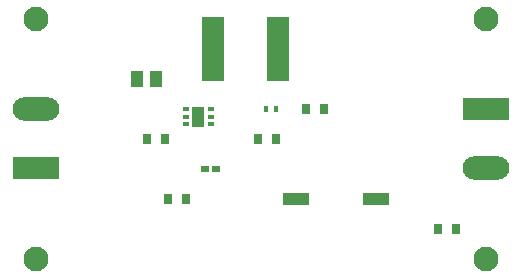
<source format=gbr>
%TF.GenerationSoftware,KiCad,Pcbnew,(6.99.0-5210-g1b15854da5)*%
%TF.CreationDate,2023-02-20T10:03:57+05:30*%
%TF.ProjectId,Prot_Circ,50726f74-5f43-4697-9263-2e6b69636164,rev?*%
%TF.SameCoordinates,Original*%
%TF.FileFunction,Soldermask,Top*%
%TF.FilePolarity,Negative*%
%FSLAX46Y46*%
G04 Gerber Fmt 4.6, Leading zero omitted, Abs format (unit mm)*
G04 Created by KiCad (PCBNEW (6.99.0-5210-g1b15854da5)) date 2023-02-20 10:03:57*
%MOMM*%
%LPD*%
G01*
G04 APERTURE LIST*
%ADD10R,1.900000X5.400000*%
%ADD11R,0.650000X0.620000*%
%ADD12R,0.762000X0.812800*%
%ADD13C,2.100000*%
%ADD14R,2.160000X1.120000*%
%ADD15R,0.400000X0.500000*%
%ADD16R,3.960000X1.980000*%
%ADD17O,3.960000X1.980000*%
%ADD18R,1.020000X1.470000*%
%ADD19R,0.600000X0.350000*%
%ADD20R,1.100000X1.700000*%
G04 APERTURE END LIST*
D10*
%TO.C,C4*%
X136949999Y-78739999D03*
X142449999Y-78739999D03*
%TD*%
D11*
%TO.C,C2*%
X136279999Y-88899999D03*
X137159999Y-88899999D03*
%TD*%
D12*
%TO.C,R1*%
X140690599Y-86359999D03*
X142239999Y-86359999D03*
%TD*%
%TO.C,R4*%
X131305299Y-86359999D03*
X132854699Y-86359999D03*
%TD*%
%TO.C,R3*%
X144779999Y-83819999D03*
X146329399Y-83819999D03*
%TD*%
D13*
%TO.C,REF\u002A\u002A*%
X121920000Y-96520000D03*
%TD*%
D14*
%TO.C,SW1*%
X143954999Y-91439999D03*
X150684999Y-91439999D03*
%TD*%
D15*
%TO.C,C1*%
X141439999Y-83819999D03*
X142239999Y-83819999D03*
%TD*%
D16*
%TO.C,J1*%
X121919999Y-88819999D03*
D17*
X121919999Y-83819999D03*
%TD*%
D13*
%TO.C,REF\u002A\u002A*%
X160020000Y-96520000D03*
%TD*%
D16*
%TO.C,J2*%
X160019999Y-83819999D03*
D17*
X160019999Y-88819999D03*
%TD*%
D12*
%TO.C,R2*%
X133070599Y-91439999D03*
X134619999Y-91439999D03*
%TD*%
D13*
%TO.C,REF\u002A\u002A*%
X160020000Y-76200000D03*
%TD*%
D18*
%TO.C,C3*%
X130459999Y-81279999D03*
X132079999Y-81279999D03*
%TD*%
D13*
%TO.C,REF\u002A\u002A*%
X121920000Y-76200000D03*
%TD*%
D12*
%TO.C,R5*%
X155930599Y-93979999D03*
X157479999Y-93979999D03*
%TD*%
D19*
%TO.C,F1*%
X134619999Y-83819999D03*
X134619999Y-84469999D03*
X134619999Y-85119999D03*
X136719999Y-85119999D03*
X136719999Y-84469999D03*
X136719999Y-83819999D03*
D20*
X135669999Y-84469999D03*
%TD*%
M02*

</source>
